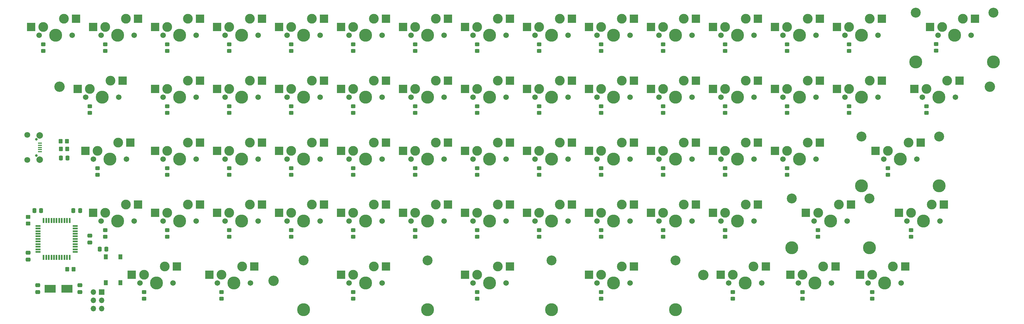
<source format=gbr>
G04 #@! TF.GenerationSoftware,KiCad,Pcbnew,(6.0.0)*
G04 #@! TF.CreationDate,2022-06-17T00:07:40-05:00*
G04 #@! TF.ProjectId,okeeb,6f6b6565-622e-46b6-9963-61645f706362,rev?*
G04 #@! TF.SameCoordinates,Original*
G04 #@! TF.FileFunction,Soldermask,Bot*
G04 #@! TF.FilePolarity,Negative*
%FSLAX46Y46*%
G04 Gerber Fmt 4.6, Leading zero omitted, Abs format (unit mm)*
G04 Created by KiCad (PCBNEW (6.0.0)) date 2022-06-17 00:07:40*
%MOMM*%
%LPD*%
G01*
G04 APERTURE LIST*
G04 Aperture macros list*
%AMRoundRect*
0 Rectangle with rounded corners*
0 $1 Rounding radius*
0 $2 $3 $4 $5 $6 $7 $8 $9 X,Y pos of 4 corners*
0 Add a 4 corners polygon primitive as box body*
4,1,4,$2,$3,$4,$5,$6,$7,$8,$9,$2,$3,0*
0 Add four circle primitives for the rounded corners*
1,1,$1+$1,$2,$3*
1,1,$1+$1,$4,$5*
1,1,$1+$1,$6,$7*
1,1,$1+$1,$8,$9*
0 Add four rect primitives between the rounded corners*
20,1,$1+$1,$2,$3,$4,$5,0*
20,1,$1+$1,$4,$5,$6,$7,0*
20,1,$1+$1,$6,$7,$8,$9,0*
20,1,$1+$1,$8,$9,$2,$3,0*%
G04 Aperture macros list end*
%ADD10C,3.987800*%
%ADD11C,1.701800*%
%ADD12C,3.000000*%
%ADD13R,2.550000X2.500000*%
%ADD14C,3.200000*%
%ADD15C,3.048000*%
%ADD16RoundRect,0.250000X0.450000X-0.325000X0.450000X0.325000X-0.450000X0.325000X-0.450000X-0.325000X0*%
%ADD17RoundRect,0.250000X-0.475000X0.337500X-0.475000X-0.337500X0.475000X-0.337500X0.475000X0.337500X0*%
%ADD18RoundRect,0.250000X0.337500X0.475000X-0.337500X0.475000X-0.337500X-0.475000X0.337500X-0.475000X0*%
%ADD19RoundRect,0.250000X-0.337500X-0.475000X0.337500X-0.475000X0.337500X0.475000X-0.337500X0.475000X0*%
%ADD20RoundRect,0.250000X0.475000X-0.337500X0.475000X0.337500X-0.475000X0.337500X-0.475000X-0.337500X0*%
%ADD21RoundRect,0.250000X0.350000X0.450000X-0.350000X0.450000X-0.350000X-0.450000X0.350000X-0.450000X0*%
%ADD22RoundRect,0.250000X-0.450000X0.350000X-0.450000X-0.350000X0.450000X-0.350000X0.450000X0.350000X0*%
%ADD23R,1.300000X1.550000*%
%ADD24R,3.500000X2.400000*%
%ADD25R,1.500000X0.550000*%
%ADD26R,0.550000X1.500000*%
%ADD27R,1.700000X1.700000*%
%ADD28O,1.700000X1.700000*%
%ADD29C,0.800000*%
%ADD30R,1.300000X0.450000*%
%ADD31C,2.000000*%
%ADD32C,1.800000*%
G04 APERTURE END LIST*
D10*
X53836250Y-37600000D03*
D11*
X48756250Y-37600000D03*
D12*
X56376250Y-32520000D03*
X50026250Y-35060000D03*
D11*
X58916250Y-37600000D03*
D13*
X60126250Y-32520000D03*
X46276250Y-35060000D03*
D14*
X55030000Y-53430000D03*
X340930000Y-53430000D03*
X252880000Y-111330000D03*
X120840000Y-113130000D03*
D11*
X292278750Y-113800000D03*
D12*
X283388750Y-111260000D03*
D11*
X282118750Y-113800000D03*
D10*
X287198750Y-113800000D03*
D12*
X289738750Y-108720000D03*
D13*
X293488750Y-108720000D03*
X279638750Y-111260000D03*
D11*
X286881250Y-94750000D03*
X297041250Y-94750000D03*
D10*
X291961250Y-94750000D03*
D12*
X288151250Y-92210000D03*
X294501250Y-89670000D03*
D13*
X298251250Y-89670000D03*
X284401250Y-92210000D03*
D10*
X149086250Y-75700000D03*
D12*
X145276250Y-73160000D03*
D11*
X154166250Y-75700000D03*
D12*
X151626250Y-70620000D03*
D11*
X144006250Y-75700000D03*
D13*
X155376250Y-70620000D03*
X141526250Y-73160000D03*
D11*
X230366250Y-75700000D03*
D10*
X225286250Y-75700000D03*
D11*
X220206250Y-75700000D03*
D12*
X227826250Y-70620000D03*
X221476250Y-73160000D03*
D13*
X231576250Y-70620000D03*
X217726250Y-73160000D03*
D12*
X221476250Y-54110000D03*
D11*
X220206250Y-56650000D03*
D10*
X225286250Y-56650000D03*
D11*
X230366250Y-56650000D03*
D12*
X227826250Y-51570000D03*
D13*
X231576250Y-51570000D03*
X217726250Y-54110000D03*
D12*
X164326250Y-35060000D03*
D10*
X168136250Y-37600000D03*
D12*
X170676250Y-32520000D03*
D11*
X173216250Y-37600000D03*
X163056250Y-37600000D03*
D13*
X174426250Y-32520000D03*
X160576250Y-35060000D03*
D12*
X261957500Y-111260000D03*
D10*
X265767500Y-113800000D03*
D12*
X268307500Y-108720000D03*
D11*
X260687500Y-113800000D03*
X270847500Y-113800000D03*
D13*
X272057500Y-108720000D03*
X258207500Y-111260000D03*
D11*
X315456250Y-94750000D03*
D10*
X320536250Y-94750000D03*
D11*
X325616250Y-94750000D03*
D12*
X316726250Y-92210000D03*
X323076250Y-89670000D03*
D13*
X326826250Y-89670000D03*
X312976250Y-92210000D03*
D12*
X70663750Y-51570000D03*
D11*
X63043750Y-56650000D03*
D12*
X64313750Y-54110000D03*
D10*
X68123750Y-56650000D03*
D11*
X73203750Y-56650000D03*
D13*
X74413750Y-51570000D03*
X60563750Y-54110000D03*
D12*
X73045000Y-70620000D03*
X66695000Y-73160000D03*
D11*
X65425000Y-75700000D03*
X75585000Y-75700000D03*
D10*
X70505000Y-75700000D03*
D13*
X76795000Y-70620000D03*
X62945000Y-73160000D03*
D15*
X130040000Y-106810050D03*
D10*
X168140000Y-122020050D03*
X130040000Y-122020050D03*
D15*
X168140000Y-106810050D03*
D10*
X187186250Y-37600000D03*
D12*
X183376250Y-35060000D03*
D11*
X192266250Y-37600000D03*
D12*
X189726250Y-32520000D03*
D11*
X182106250Y-37600000D03*
D13*
X193476250Y-32520000D03*
X179626250Y-35060000D03*
D12*
X107176250Y-54110000D03*
D11*
X105906250Y-56650000D03*
D12*
X113526250Y-51570000D03*
D11*
X116066250Y-56650000D03*
D10*
X110986250Y-56650000D03*
D13*
X117276250Y-51570000D03*
X103426250Y-54110000D03*
D11*
X124956250Y-56650000D03*
D10*
X130036250Y-56650000D03*
D12*
X132576250Y-51570000D03*
D11*
X135116250Y-56650000D03*
D12*
X126226250Y-54110000D03*
D13*
X136326250Y-51570000D03*
X122476250Y-54110000D03*
D10*
X72886250Y-37600000D03*
D12*
X69076250Y-35060000D03*
D11*
X67806250Y-37600000D03*
D12*
X75426250Y-32520000D03*
D11*
X77966250Y-37600000D03*
D13*
X79176250Y-32520000D03*
X65326250Y-35060000D03*
D15*
X244340000Y-106815000D03*
X206240000Y-106815000D03*
D10*
X206240000Y-122025000D03*
X244340000Y-122025000D03*
D12*
X183376250Y-111260000D03*
X189726250Y-108720000D03*
D10*
X187186250Y-113800000D03*
D11*
X192266250Y-113800000D03*
X182106250Y-113800000D03*
D13*
X193476250Y-108720000D03*
X179626250Y-111260000D03*
D10*
X282436250Y-56650000D03*
D11*
X287516250Y-56650000D03*
X277356250Y-56650000D03*
D12*
X284976250Y-51570000D03*
X278626250Y-54110000D03*
D13*
X288726250Y-51570000D03*
X274876250Y-54110000D03*
D12*
X284976250Y-32520000D03*
D11*
X277356250Y-37600000D03*
D12*
X278626250Y-35060000D03*
D11*
X287516250Y-37600000D03*
D10*
X282436250Y-37600000D03*
D13*
X288726250Y-32520000D03*
X274876250Y-35060000D03*
D11*
X308312500Y-75700000D03*
D12*
X315932500Y-70620000D03*
X309582500Y-73160000D03*
D10*
X313392500Y-75700000D03*
D11*
X318472500Y-75700000D03*
D13*
X319682500Y-70620000D03*
X305832500Y-73160000D03*
D12*
X94476250Y-70620000D03*
X88126250Y-73160000D03*
D10*
X91936250Y-75700000D03*
D11*
X86856250Y-75700000D03*
X97016250Y-75700000D03*
D13*
X98226250Y-70620000D03*
X84376250Y-73160000D03*
D11*
X173216250Y-56650000D03*
D12*
X164326250Y-54110000D03*
D10*
X168136250Y-56650000D03*
D11*
X163056250Y-56650000D03*
D12*
X170676250Y-51570000D03*
D13*
X174426250Y-51570000D03*
X160576250Y-54110000D03*
D11*
X124956250Y-94750000D03*
D12*
X132576250Y-89670000D03*
D11*
X135116250Y-94750000D03*
D12*
X126226250Y-92210000D03*
D10*
X130036250Y-94750000D03*
D13*
X136326250Y-89670000D03*
X122476250Y-92210000D03*
D11*
X306566250Y-37600000D03*
X296406250Y-37600000D03*
D12*
X297676250Y-35060000D03*
X304026250Y-32520000D03*
D10*
X301486250Y-37600000D03*
D13*
X307776250Y-32520000D03*
X293926250Y-35060000D03*
D11*
X268466250Y-56650000D03*
D12*
X259576250Y-54110000D03*
D11*
X258306250Y-56650000D03*
D12*
X265926250Y-51570000D03*
D10*
X263386250Y-56650000D03*
D13*
X269676250Y-51570000D03*
X255826250Y-54110000D03*
D12*
X246876250Y-32520000D03*
D11*
X239256250Y-37600000D03*
D12*
X240526250Y-35060000D03*
D11*
X249416250Y-37600000D03*
D10*
X244336250Y-37600000D03*
D13*
X250626250Y-32520000D03*
X236776250Y-35060000D03*
D10*
X206236250Y-37600000D03*
D11*
X211316250Y-37600000D03*
X201156250Y-37600000D03*
D12*
X202426250Y-35060000D03*
X208776250Y-32520000D03*
D13*
X212526250Y-32520000D03*
X198676250Y-35060000D03*
D11*
X124956250Y-37600000D03*
D12*
X126226250Y-35060000D03*
D10*
X130036250Y-37600000D03*
D11*
X135116250Y-37600000D03*
D12*
X132576250Y-32520000D03*
D13*
X136326250Y-32520000D03*
X122476250Y-35060000D03*
D12*
X221476250Y-111260000D03*
X227826250Y-108720000D03*
D10*
X225286250Y-113800000D03*
D11*
X220206250Y-113800000D03*
X230366250Y-113800000D03*
D13*
X231576250Y-108720000D03*
X217726250Y-111260000D03*
D12*
X145276250Y-92210000D03*
D10*
X149086250Y-94750000D03*
D12*
X151626250Y-89670000D03*
D11*
X154166250Y-94750000D03*
X144006250Y-94750000D03*
D13*
X155376250Y-89670000D03*
X141526250Y-92210000D03*
D11*
X220206250Y-94750000D03*
D10*
X225286250Y-94750000D03*
D11*
X230366250Y-94750000D03*
D12*
X221476250Y-92210000D03*
X227826250Y-89670000D03*
D13*
X231576250Y-89670000D03*
X217726250Y-92210000D03*
D11*
X182106250Y-94750000D03*
D10*
X187186250Y-94750000D03*
D11*
X192266250Y-94750000D03*
D12*
X183376250Y-92210000D03*
X189726250Y-89670000D03*
D13*
X193476250Y-89670000D03*
X179626250Y-92210000D03*
D12*
X202426250Y-73160000D03*
D11*
X211316250Y-75700000D03*
D12*
X208776250Y-70620000D03*
D10*
X206236250Y-75700000D03*
D11*
X201156250Y-75700000D03*
D13*
X212526250Y-70620000D03*
X198676250Y-73160000D03*
D10*
X318122000Y-45830000D03*
D15*
X341998000Y-30620000D03*
D10*
X341998000Y-45830000D03*
D15*
X318122000Y-30620000D03*
D10*
X206236250Y-94750000D03*
D12*
X208776250Y-89670000D03*
X202426250Y-92210000D03*
D11*
X201156250Y-94750000D03*
X211316250Y-94750000D03*
D13*
X212526250Y-89670000D03*
X198676250Y-92210000D03*
D11*
X163056250Y-75700000D03*
D12*
X170676250Y-70620000D03*
D10*
X168136250Y-75700000D03*
D12*
X164326250Y-73160000D03*
D11*
X173216250Y-75700000D03*
D13*
X174426250Y-70620000D03*
X160576250Y-73160000D03*
D15*
X301472000Y-68710050D03*
X325348000Y-68710050D03*
D10*
X301472000Y-83920050D03*
X325348000Y-83920050D03*
X149086250Y-56650000D03*
D12*
X151626250Y-51570000D03*
D11*
X154166250Y-56650000D03*
X144006250Y-56650000D03*
D12*
X145276250Y-54110000D03*
D13*
X155376250Y-51570000D03*
X141526250Y-54110000D03*
D11*
X239256250Y-94750000D03*
D10*
X244336250Y-94750000D03*
D11*
X249416250Y-94750000D03*
D12*
X240526250Y-92210000D03*
X246876250Y-89670000D03*
D13*
X250626250Y-89670000D03*
X236776250Y-92210000D03*
D12*
X88126250Y-35060000D03*
D11*
X86856250Y-37600000D03*
D10*
X91936250Y-37600000D03*
D11*
X97016250Y-37600000D03*
D12*
X94476250Y-32520000D03*
D13*
X98226250Y-32520000D03*
X84376250Y-35060000D03*
D11*
X268466250Y-75700000D03*
D12*
X259576250Y-73160000D03*
D10*
X263386250Y-75700000D03*
D12*
X265926250Y-70620000D03*
D11*
X258306250Y-75700000D03*
D13*
X269676250Y-70620000D03*
X255826250Y-73160000D03*
D11*
X335165000Y-37590000D03*
X325005000Y-37590000D03*
D10*
X330085000Y-37590000D03*
D12*
X326275000Y-35050000D03*
X332625000Y-32510000D03*
D13*
X336375000Y-32510000D03*
X322525000Y-35050000D03*
D11*
X97016250Y-56650000D03*
X86856250Y-56650000D03*
D12*
X94476250Y-51570000D03*
D10*
X91936250Y-56650000D03*
D12*
X88126250Y-54110000D03*
D13*
X98226250Y-51570000D03*
X84376250Y-54110000D03*
D12*
X227826250Y-32520000D03*
D10*
X225286250Y-37600000D03*
D11*
X230366250Y-37600000D03*
X220206250Y-37600000D03*
D12*
X221476250Y-35060000D03*
D13*
X231576250Y-32520000D03*
X217726250Y-35060000D03*
D12*
X94476250Y-89670000D03*
X88126250Y-92210000D03*
D10*
X91936250Y-94750000D03*
D11*
X86856250Y-94750000D03*
X97016250Y-94750000D03*
D13*
X98226250Y-89670000D03*
X84376250Y-92210000D03*
D12*
X189726250Y-70620000D03*
D11*
X182106250Y-75700000D03*
X192266250Y-75700000D03*
D10*
X187186250Y-75700000D03*
D12*
X183376250Y-73160000D03*
D13*
X193476250Y-70620000D03*
X179626250Y-73160000D03*
D11*
X239256250Y-56650000D03*
D12*
X240526250Y-54110000D03*
D11*
X249416250Y-56650000D03*
D10*
X244336250Y-56650000D03*
D12*
X246876250Y-51570000D03*
D13*
X250626250Y-51570000D03*
X236776250Y-54110000D03*
D10*
X187186250Y-56650000D03*
D11*
X192266250Y-56650000D03*
D12*
X189726250Y-51570000D03*
D11*
X182106250Y-56650000D03*
D12*
X183376250Y-54110000D03*
D13*
X193476250Y-51570000D03*
X179626250Y-54110000D03*
D11*
X201156250Y-56650000D03*
D10*
X206236250Y-56650000D03*
D11*
X211316250Y-56650000D03*
D12*
X202426250Y-54110000D03*
X208776250Y-51570000D03*
D13*
X212526250Y-51570000D03*
X198676250Y-54110000D03*
D11*
X89872500Y-113800000D03*
D12*
X80982500Y-111260000D03*
D11*
X79712500Y-113800000D03*
D12*
X87332500Y-108720000D03*
D10*
X84792500Y-113800000D03*
D13*
X91082500Y-108720000D03*
X77232500Y-111260000D03*
D12*
X327838750Y-51570000D03*
D11*
X330378750Y-56650000D03*
D10*
X325298750Y-56650000D03*
D11*
X320218750Y-56650000D03*
D12*
X321488750Y-54110000D03*
D13*
X331588750Y-51570000D03*
X317738750Y-54110000D03*
D12*
X113526250Y-89670000D03*
D11*
X105906250Y-94750000D03*
D10*
X110986250Y-94750000D03*
D12*
X107176250Y-92210000D03*
D11*
X116066250Y-94750000D03*
D13*
X117276250Y-89670000D03*
X103426250Y-92210000D03*
D10*
X72886250Y-94750000D03*
D12*
X75426250Y-89670000D03*
D11*
X77966250Y-94750000D03*
X67806250Y-94750000D03*
D12*
X69076250Y-92210000D03*
D13*
X79176250Y-89670000D03*
X65326250Y-92210000D03*
D15*
X280022000Y-87765000D03*
D10*
X303898000Y-102975000D03*
D15*
X303898000Y-87765000D03*
D10*
X280022000Y-102975000D03*
D12*
X265926250Y-89670000D03*
D10*
X263386250Y-94750000D03*
D11*
X268466250Y-94750000D03*
X258306250Y-94750000D03*
D12*
X259576250Y-92210000D03*
D13*
X269676250Y-89670000D03*
X255826250Y-92210000D03*
D12*
X297676250Y-54110000D03*
X304026250Y-51570000D03*
D11*
X306566250Y-56650000D03*
X296406250Y-56650000D03*
D10*
X301486250Y-56650000D03*
D13*
X307776250Y-51570000D03*
X293926250Y-54110000D03*
D12*
X126226250Y-73160000D03*
D11*
X124956250Y-75700000D03*
D12*
X132576250Y-70620000D03*
D10*
X130036250Y-75700000D03*
D11*
X135116250Y-75700000D03*
D13*
X136326250Y-70620000D03*
X122476250Y-73160000D03*
D11*
X239256250Y-75700000D03*
D12*
X246876250Y-70620000D03*
D11*
X249416250Y-75700000D03*
D12*
X240526250Y-73160000D03*
D10*
X244336250Y-75700000D03*
D13*
X250626250Y-70620000D03*
X236776250Y-73160000D03*
D12*
X311170000Y-108720000D03*
D11*
X303550000Y-113800000D03*
D10*
X308630000Y-113800000D03*
D12*
X304820000Y-111260000D03*
D11*
X313710000Y-113800000D03*
D13*
X314920000Y-108720000D03*
X301070000Y-111260000D03*
D12*
X145276250Y-35060000D03*
D10*
X149086250Y-37600000D03*
D12*
X151626250Y-32520000D03*
D11*
X154166250Y-37600000D03*
X144006250Y-37600000D03*
D13*
X155376250Y-32520000D03*
X141526250Y-35060000D03*
D11*
X105906250Y-75700000D03*
D12*
X107176250Y-73160000D03*
D10*
X110986250Y-75700000D03*
D12*
X113526250Y-70620000D03*
D11*
X116066250Y-75700000D03*
D13*
X117276250Y-70620000D03*
X103426250Y-73160000D03*
D10*
X108605000Y-113800000D03*
D11*
X113685000Y-113800000D03*
D12*
X104795000Y-111260000D03*
X111145000Y-108720000D03*
D11*
X103525000Y-113800000D03*
D13*
X114895000Y-108720000D03*
X101045000Y-111260000D03*
D10*
X168136250Y-94750000D03*
D12*
X170676250Y-89670000D03*
D11*
X163056250Y-94750000D03*
X173216250Y-94750000D03*
D12*
X164326250Y-92210000D03*
D13*
X174426250Y-89670000D03*
X160576250Y-92210000D03*
D12*
X259576250Y-35060000D03*
D11*
X258306250Y-37600000D03*
X268466250Y-37600000D03*
D10*
X263386250Y-37600000D03*
D12*
X265926250Y-32520000D03*
D13*
X269676250Y-32520000D03*
X255826250Y-35060000D03*
D11*
X154166250Y-113800000D03*
D12*
X151626250Y-108720000D03*
D11*
X144006250Y-113800000D03*
D10*
X149086250Y-113800000D03*
D12*
X145276250Y-111260000D03*
D13*
X155376250Y-108720000D03*
X141526250Y-111260000D03*
D12*
X113526250Y-32520000D03*
X107176250Y-35060000D03*
D11*
X116066250Y-37600000D03*
D10*
X110986250Y-37600000D03*
D11*
X105906250Y-37600000D03*
D13*
X117276250Y-32520000D03*
X103426250Y-35060000D03*
D11*
X287516250Y-75700000D03*
D10*
X282436250Y-75700000D03*
D12*
X278626250Y-73160000D03*
X284976250Y-70620000D03*
D11*
X277356250Y-75700000D03*
D13*
X288726250Y-70620000D03*
X274876250Y-73160000D03*
D16*
X50016250Y-42435000D03*
X50016250Y-40385000D03*
D17*
X45320000Y-104482500D03*
X45320000Y-106557500D03*
D18*
X49382500Y-91520000D03*
X47307500Y-91520000D03*
D19*
X67332500Y-103360000D03*
X69407500Y-103360000D03*
X59257500Y-91520000D03*
X61332500Y-91520000D03*
D20*
X48320000Y-116532500D03*
X48320000Y-114457500D03*
X61320000Y-116532500D03*
X61320000Y-114457500D03*
X64330000Y-101317500D03*
X64330000Y-99242500D03*
D21*
X59345000Y-109520000D03*
X57345000Y-109520000D03*
D22*
X45320000Y-93495000D03*
X45320000Y-95495000D03*
D23*
X73750000Y-105775000D03*
X73750000Y-113725000D03*
X69250000Y-105775000D03*
X69250000Y-113725000D03*
D24*
X52120000Y-115520000D03*
X57320000Y-115520000D03*
D25*
X59820000Y-96220000D03*
X59820000Y-97020000D03*
X59820000Y-97820000D03*
X59820000Y-98620000D03*
X59820000Y-99420000D03*
X59820000Y-100220000D03*
X59820000Y-101020000D03*
X59820000Y-101820000D03*
X59820000Y-102620000D03*
X59820000Y-103420000D03*
X59820000Y-104220000D03*
D26*
X58120000Y-105920000D03*
X57320000Y-105920000D03*
X56520000Y-105920000D03*
X55720000Y-105920000D03*
X54920000Y-105920000D03*
X54120000Y-105920000D03*
X53320000Y-105920000D03*
X52520000Y-105920000D03*
X51720000Y-105920000D03*
X50920000Y-105920000D03*
X50120000Y-105920000D03*
D25*
X48420000Y-104220000D03*
X48420000Y-103420000D03*
X48420000Y-102620000D03*
X48420000Y-101820000D03*
X48420000Y-101020000D03*
X48420000Y-100220000D03*
X48420000Y-99420000D03*
X48420000Y-98620000D03*
X48420000Y-97820000D03*
X48420000Y-97020000D03*
X48420000Y-96220000D03*
D26*
X50120000Y-94520000D03*
X50920000Y-94520000D03*
X51720000Y-94520000D03*
X52520000Y-94520000D03*
X53320000Y-94520000D03*
X54120000Y-94520000D03*
X54920000Y-94520000D03*
X55720000Y-94520000D03*
X56520000Y-94520000D03*
X57320000Y-94520000D03*
X58120000Y-94520000D03*
D27*
X67985000Y-116565000D03*
D28*
X65445000Y-116565000D03*
X67985000Y-119105000D03*
X65445000Y-119105000D03*
X67985000Y-121645000D03*
X65445000Y-121645000D03*
D16*
X221466250Y-61485000D03*
X221466250Y-59435000D03*
X104785000Y-118635000D03*
X104785000Y-116585000D03*
X316716250Y-99585000D03*
X316716250Y-97535000D03*
X69066250Y-42435000D03*
X69066250Y-40385000D03*
X261947500Y-118635000D03*
X261947500Y-116585000D03*
X80972500Y-118635000D03*
X80972500Y-116585000D03*
D19*
X55435000Y-75356250D03*
X57510000Y-75356250D03*
D16*
X164316250Y-61485000D03*
X164316250Y-59435000D03*
X202416250Y-80535000D03*
X202416250Y-78485000D03*
X145266250Y-118635000D03*
X145266250Y-116585000D03*
X145266250Y-42435000D03*
X145266250Y-40385000D03*
X88116250Y-61485000D03*
X88116250Y-59435000D03*
X259566250Y-42435000D03*
X259566250Y-40385000D03*
X221466250Y-80535000D03*
X221466250Y-78485000D03*
X183366250Y-118635000D03*
X183366250Y-116585000D03*
X107166250Y-99585000D03*
X107166250Y-97535000D03*
X145266250Y-80535000D03*
X145266250Y-78485000D03*
X278616250Y-61485000D03*
X278616250Y-59435000D03*
X88116250Y-42435000D03*
X88116250Y-40385000D03*
X202416250Y-99585000D03*
X202416250Y-97535000D03*
X283378750Y-118635000D03*
X283378750Y-116585000D03*
X297666250Y-42435000D03*
X297666250Y-40385000D03*
X107166250Y-61485000D03*
X107166250Y-59435000D03*
X145266250Y-99585000D03*
X145266250Y-97535000D03*
D21*
X57420000Y-72550000D03*
X55420000Y-72550000D03*
D16*
X288141250Y-99585000D03*
X288141250Y-97535000D03*
X278616250Y-42435000D03*
X278616250Y-40385000D03*
X321478750Y-61485000D03*
X321478750Y-59435000D03*
X259566250Y-61485000D03*
X259566250Y-59435000D03*
X297666250Y-61485000D03*
X297666250Y-59435000D03*
X126216250Y-61485000D03*
X126216250Y-59435000D03*
X309572500Y-80535000D03*
X309572500Y-78485000D03*
X88116250Y-99585000D03*
X88116250Y-97535000D03*
X240516250Y-61485000D03*
X240516250Y-59435000D03*
X107166250Y-80535000D03*
X107166250Y-78485000D03*
X324460000Y-42312500D03*
X324460000Y-40262500D03*
X183366250Y-61485000D03*
X183366250Y-59435000D03*
X64303750Y-61485000D03*
X64303750Y-59435000D03*
X126216250Y-42435000D03*
X126216250Y-40385000D03*
D21*
X57320000Y-70210000D03*
X55320000Y-70210000D03*
D29*
X47870000Y-74590000D03*
X47870000Y-69590000D03*
D30*
X48970000Y-73390000D03*
X48970000Y-72740000D03*
X48970000Y-72090000D03*
X48970000Y-71440000D03*
X48970000Y-70790000D03*
D31*
X48920000Y-75815000D03*
D32*
X45120000Y-68215000D03*
D31*
X48920000Y-68365000D03*
D32*
X45120000Y-75965000D03*
D16*
X126216250Y-80535000D03*
X126216250Y-78485000D03*
X164316250Y-80535000D03*
X164316250Y-78485000D03*
X183366250Y-99585000D03*
X183366250Y-97535000D03*
X66685000Y-80535000D03*
X66685000Y-78485000D03*
X240516250Y-99585000D03*
X240516250Y-97535000D03*
X278616250Y-80535000D03*
X278616250Y-78485000D03*
X164316250Y-42435000D03*
X164316250Y-40385000D03*
X69066250Y-99585000D03*
X69066250Y-97535000D03*
X240516250Y-80535000D03*
X240516250Y-78485000D03*
X164316250Y-99585000D03*
X164316250Y-97535000D03*
X202416250Y-61485000D03*
X202416250Y-59435000D03*
X259566250Y-99585000D03*
X259566250Y-97535000D03*
X304810000Y-118635000D03*
X304810000Y-116585000D03*
X145266250Y-61485000D03*
X145266250Y-59435000D03*
X221466250Y-118635000D03*
X221466250Y-116585000D03*
X126216250Y-99585000D03*
X126216250Y-97535000D03*
X259566250Y-80535000D03*
X259566250Y-78485000D03*
X221466250Y-99585000D03*
X221466250Y-97535000D03*
X107166250Y-42435000D03*
X107166250Y-40385000D03*
X183366250Y-42435000D03*
X183366250Y-40385000D03*
X240516250Y-42435000D03*
X240516250Y-40385000D03*
X183366250Y-80535000D03*
X183366250Y-78485000D03*
X88116250Y-80535000D03*
X88116250Y-78485000D03*
X202416250Y-42435000D03*
X202416250Y-40385000D03*
X221466250Y-42435000D03*
X221466250Y-40385000D03*
M02*

</source>
